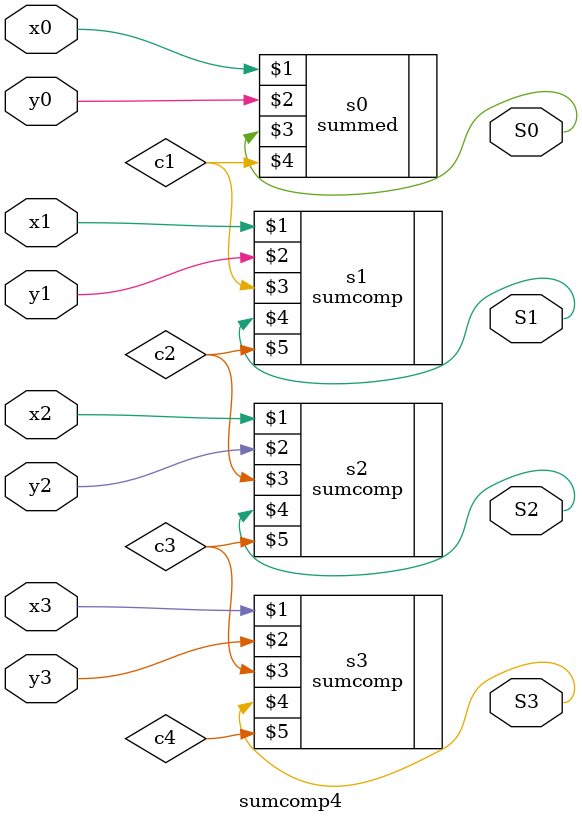
<source format=v>
`timescale 1ns / 1ps
module sumcomp4(
	 input	x0,
	 input	x1,
	 input	x2,
	 input	x3,
	 input	y0,
	 input	y1,
	 input	y2,
	 input	y3,
	 output	S0,
	 output	S1,
	 output	S2,
	 output	S3
    );

	 //acarreos
	 wire c1;
	 wire c2;
	 wire c3;
	 wire c4; //acarreo que se pierde
	 
	 summed s0(x0, y0, S0, c1);
	 sumcomp s1(x1, y1, c1, S1, c2);
	 sumcomp s2(x2, y2, c2, S2, c3);
	 sumcomp s3(x3, y3, c3, S3, c4);

endmodule

</source>
